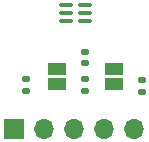
<source format=gbr>
%TF.GenerationSoftware,KiCad,Pcbnew,8.0.4-8.0.4-0~ubuntu22.04.1*%
%TF.CreationDate,2024-08-06T19:19:49+09:30*%
%TF.ProjectId,apds9306-65_breakout-board,61706473-3933-4303-962d-36355f627265,1.0*%
%TF.SameCoordinates,Original*%
%TF.FileFunction,Soldermask,Top*%
%TF.FilePolarity,Negative*%
%FSLAX46Y46*%
G04 Gerber Fmt 4.6, Leading zero omitted, Abs format (unit mm)*
G04 Created by KiCad (PCBNEW 8.0.4-8.0.4-0~ubuntu22.04.1) date 2024-08-06 19:19:49*
%MOMM*%
%LPD*%
G01*
G04 APERTURE LIST*
G04 Aperture macros list*
%AMRoundRect*
0 Rectangle with rounded corners*
0 $1 Rounding radius*
0 $2 $3 $4 $5 $6 $7 $8 $9 X,Y pos of 4 corners*
0 Add a 4 corners polygon primitive as box body*
4,1,4,$2,$3,$4,$5,$6,$7,$8,$9,$2,$3,0*
0 Add four circle primitives for the rounded corners*
1,1,$1+$1,$2,$3*
1,1,$1+$1,$4,$5*
1,1,$1+$1,$6,$7*
1,1,$1+$1,$8,$9*
0 Add four rect primitives between the rounded corners*
20,1,$1+$1,$2,$3,$4,$5,0*
20,1,$1+$1,$4,$5,$6,$7,0*
20,1,$1+$1,$6,$7,$8,$9,0*
20,1,$1+$1,$8,$9,$2,$3,0*%
G04 Aperture macros list end*
%ADD10O,1.700000X1.700000*%
%ADD11R,1.700000X1.700000*%
%ADD12RoundRect,0.140000X-0.170000X0.140000X-0.170000X-0.140000X0.170000X-0.140000X0.170000X0.140000X0*%
%ADD13RoundRect,0.135000X-0.185000X0.135000X-0.185000X-0.135000X0.185000X-0.135000X0.185000X0.135000X0*%
%ADD14R,1.500000X1.000000*%
%ADD15RoundRect,0.075000X-0.512500X-0.075000X0.512500X-0.075000X0.512500X0.075000X-0.512500X0.075000X0*%
G04 APERTURE END LIST*
D10*
%TO.C,J1*%
X147160000Y-115180000D03*
X144620000Y-115180000D03*
X142080000Y-115180000D03*
X139540000Y-115180000D03*
D11*
X137000000Y-115180000D03*
%TD*%
D12*
%TO.C,C1*%
X143080000Y-108700000D03*
X143080000Y-109660000D03*
%TD*%
D13*
%TO.C,R1*%
X143080000Y-110960000D03*
X143080000Y-111980000D03*
%TD*%
D14*
%TO.C,JP2*%
X140680000Y-111430000D03*
X140680000Y-110130000D03*
%TD*%
D13*
%TO.C,R3*%
X147880000Y-112090000D03*
X147880000Y-111070000D03*
%TD*%
%TO.C,R2*%
X138080000Y-110970000D03*
X138080000Y-111990000D03*
%TD*%
D15*
%TO.C,U1*%
X141462500Y-104730000D03*
X141462500Y-105380000D03*
X141462500Y-106030000D03*
X143037500Y-106030000D03*
X143037500Y-105380000D03*
X143037500Y-104730000D03*
%TD*%
D14*
%TO.C,JP1*%
X145480000Y-110130000D03*
X145480000Y-111430000D03*
%TD*%
M02*

</source>
